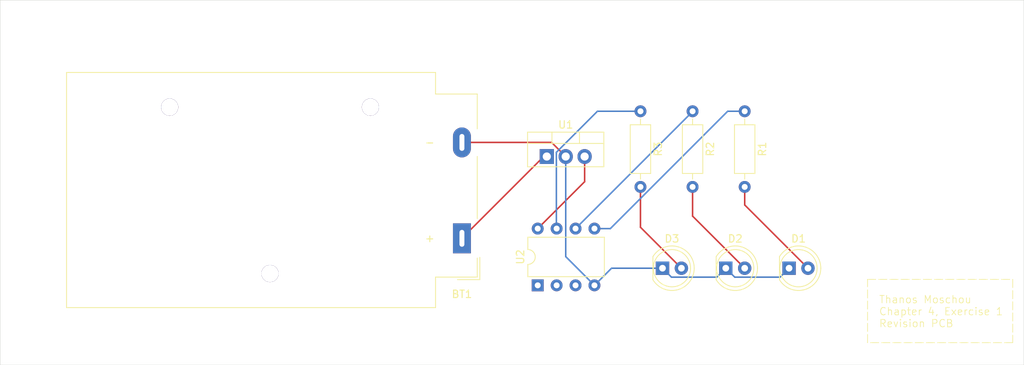
<source format=kicad_pcb>
(kicad_pcb (version 20240108) (generator "pcbnew") (generator_version "8.0")
  (layers (0 "F.Cu" signal) (31 "B.Cu" signal) (34 "B.Paste" user) (35 "F.Paste" user) (36 "B.SilkS" user "B.Silkscreen") (37 "F.SilkS" user "F.Silkscreen") (38 "B.Mask" user) (39 "F.Mask" user) (44 "Edge.Cuts" user))
  (net 0 "")
  (net 1 "VCC")
  (net 2 "GND")
  (net 3 "Net-(D1-A)")
  (net 4 "Net-(D2-A)")
  (net 5 "Net-(D3-A)")
  (net 6 "Net-(U2-AREF{slash}PB0)")
  (net 7 "Net-(U2-PB1)")
  (net 8 "Net-(U2-PB2)")
  (net 9 "/5V Current")
  (footprint "LED_THT:LED_D5.0mm_Clear" (layer "F.Cu") (at 152.96 90)
    (property "Reference" "D1" (at 1.27 -3.96 0) (layer "F.SilkS"))
    (property "Value" "LED")
    (fp_line (start -1.29 -1.545) (end -1.29 1.545) (stroke (width 0.12)) (layer "F.SilkS"))
    (fp_arc (start -1.29 -1.54483) (mid 2.072002 -2.880433) (end 4.26 0.000462) (stroke (width 0.12)) (layer "F.SilkS"))
    (fp_arc (start 4.26 -0.000462) (mid 2.072002 2.880433) (end -1.29 1.54483) (stroke (width 0.12)) (layer "F.SilkS"))
    (fp_circle (center 1.27 0) (end 3.77 0) (stroke (width 0.12)) (fill none) (layer "F.SilkS"))
    (pad "1" thru_hole rect (at 0 0) (size 1.8 1.8) (drill 0.9) (layers "*.Cu" "*.Mask") (net 2 "GND"))
    (pad "2" thru_hole circle (at 2.54 0) (size 1.8 1.8) (drill 0.9) (layers "*.Cu" "*.Mask") (net 3 "Net-(D1-A)"))
  )
  (footprint "Resistor_THT:R_Axial_DIN0207_L6.3mm_D2.5mm_P10.16mm_Horizontal" (layer "F.Cu") (at 133 68.92 -90)
    (property "Reference" "R3" (at 5.08 -2.37 90) (layer "F.SilkS"))
    (property "Value" "220")
    (fp_line (start 1.81 1.37) (end 8.35 1.37) (stroke (width 0.12)) (layer "F.SilkS"))
    (fp_line (start 8.35 1.37) (end 8.35 -1.37) (stroke (width 0.12)) (layer "F.SilkS"))
    (fp_line (start 1.04 0) (end 1.81 0) (stroke (width 0.12)) (layer "F.SilkS"))
    (fp_line (start 9.12 0) (end 8.35 0) (stroke (width 0.12)) (layer "F.SilkS"))
    (fp_line (start 1.81 -1.37) (end 1.81 1.37) (stroke (width 0.12)) (layer "F.SilkS"))
    (fp_line (start 8.35 -1.37) (end 1.81 -1.37) (stroke (width 0.12)) (layer "F.SilkS"))
    (pad "1" thru_hole circle (at 0 0 270) (size 1.6 1.6) (drill 0.8) (layers "*.Cu" "*.Mask") (net 8 "Net-(U2-PB2)"))
    (pad "2" thru_hole oval (at 10.16 0 270) (size 1.6 1.6) (drill 0.8) (layers "*.Cu" "*.Mask") (net 5 "Net-(D3-A)"))
  )
  (footprint "Resistor_THT:R_Axial_DIN0207_L6.3mm_D2.5mm_P10.16mm_Horizontal" (layer "F.Cu") (at 140 68.92 -90)
    (property "Reference" "R2" (at 5.08 -2.37 90) (layer "F.SilkS"))
    (property "Value" "220")
    (fp_line (start 1.81 1.37) (end 8.35 1.37) (stroke (width 0.12)) (layer "F.SilkS"))
    (fp_line (start 8.35 1.37) (end 8.35 -1.37) (stroke (width 0.12)) (layer "F.SilkS"))
    (fp_line (start 1.04 0) (end 1.81 0) (stroke (width 0.12)) (layer "F.SilkS"))
    (fp_line (start 9.12 0) (end 8.35 0) (stroke (width 0.12)) (layer "F.SilkS"))
    (fp_line (start 1.81 -1.37) (end 1.81 1.37) (stroke (width 0.12)) (layer "F.SilkS"))
    (fp_line (start 8.35 -1.37) (end 1.81 -1.37) (stroke (width 0.12)) (layer "F.SilkS"))
    (pad "1" thru_hole circle (at 0 0 270) (size 1.6 1.6) (drill 0.8) (layers "*.Cu" "*.Mask") (net 7 "Net-(U2-PB1)"))
    (pad "2" thru_hole oval (at 10.16 0 270) (size 1.6 1.6) (drill 0.8) (layers "*.Cu" "*.Mask") (net 4 "Net-(D2-A)"))
  )
  (footprint "Package_DIP:DIP-8_W7.62mm" (layer "F.Cu") (at 119.2 92.3 90)
    (property "Reference" "U2" (at 3.81 -2.33 90) (layer "F.SilkS"))
    (property "Value" "ATtiny85-20P")
    (fp_line (start 6.46 -1.33) (end 4.81 -1.33) (stroke (width 0.12)) (layer "F.SilkS"))
    (fp_line (start 2.81 -1.33) (end 1.16 -1.33) (stroke (width 0.12)) (layer "F.SilkS"))
    (fp_line (start 1.16 -1.33) (end 1.16 8.95) (stroke (width 0.12)) (layer "F.SilkS"))
    (fp_line (start 6.46 8.95) (end 6.46 -1.33) (stroke (width 0.12)) (layer "F.SilkS"))
    (fp_line (start 1.16 8.95) (end 6.46 8.95) (stroke (width 0.12)) (layer "F.SilkS"))
    (fp_arc (start 4.81 -1.33) (mid 3.81 -0.33) (end 2.81 -1.33) (stroke (width 0.12)) (layer "F.SilkS"))
    (pad "1" thru_hole rect (at 0 0 90) (size 1.6 1.6) (drill 0.8) (layers "*.Cu" "*.Mask"))
    (pad "2" thru_hole oval (at 0 2.54 90) (size 1.6 1.6) (drill 0.8) (layers "*.Cu" "*.Mask"))
    (pad "3" thru_hole oval (at 0 5.08 90) (size 1.6 1.6) (drill 0.8) (layers "*.Cu" "*.Mask"))
    (pad "4" thru_hole oval (at 0 7.62 90) (size 1.6 1.6) (drill 0.8) (layers "*.Cu" "*.Mask") (net 2 "GND"))
    (pad "5" thru_hole oval (at 7.62 7.62 90) (size 1.6 1.6) (drill 0.8) (layers "*.Cu" "*.Mask") (net 6 "Net-(U2-AREF{slash}PB0)"))
    (pad "6" thru_hole oval (at 7.62 5.08 90) (size 1.6 1.6) (drill 0.8) (layers "*.Cu" "*.Mask") (net 7 "Net-(U2-PB1)"))
    (pad "7" thru_hole oval (at 7.62 2.54 90) (size 1.6 1.6) (drill 0.8) (layers "*.Cu" "*.Mask") (net 8 "Net-(U2-PB2)"))
    (pad "8" thru_hole oval (at 7.62 0 90) (size 1.6 1.6) (drill 0.8) (layers "*.Cu" "*.Mask") (net 9 "/5V Current"))
  )
  (footprint "Package_TO_SOT_THT:TO-220-3_Vertical" (layer "F.Cu") (at 120.42 75)
    (property "Reference" "U1" (at 2.54 -4.27 0) (layer "F.SilkS"))
    (property "Value" "LM7805_TO220")
    (fp_line (start -2.58 -3.27) (end -2.58 1.371) (stroke (width 0.12)) (layer "F.SilkS"))
    (fp_line (start -2.58 -3.27) (end 7.66 -3.27) (stroke (width 0.12)) (layer "F.SilkS"))
    (fp_line (start -2.58 -1.76) (end 7.66 -1.76) (stroke (width 0.12)) (layer "F.SilkS"))
    (fp_line (start -2.58 1.371) (end 7.66 1.371) (stroke (width 0.12)) (layer "F.SilkS"))
    (fp_line (start 0.69 -3.27) (end 0.69 -1.76) (stroke (width 0.12)) (layer "F.SilkS"))
    (fp_line (start 4.391 -3.27) (end 4.391 -1.76) (stroke (width 0.12)) (layer "F.SilkS"))
    (fp_line (start 7.66 -3.27) (end 7.66 1.371) (stroke (width 0.12)) (layer "F.SilkS"))
    (pad "1" thru_hole rect (at 0 0) (size 1.905 2) (drill 1.1) (layers "*.Cu" "*.Mask") (net 1 "VCC"))
    (pad "2" thru_hole oval (at 2.54 0) (size 1.905 2) (drill 1.1) (layers "*.Cu" "*.Mask") (net 2 "GND"))
    (pad "3" thru_hole oval (at 5.08 0) (size 1.905 2) (drill 1.1) (layers "*.Cu" "*.Mask") (net 9 "/5V Current"))
  )
  (footprint "LED_THT:LED_D5.0mm_Clear" (layer "F.Cu") (at 144.46 90)
    (property "Reference" "D2" (at 1.27 -3.96 0) (layer "F.SilkS"))
    (property "Value" "LED")
    (fp_line (start -1.29 -1.545) (end -1.29 1.545) (stroke (width 0.12)) (layer "F.SilkS"))
    (fp_arc (start -1.29 -1.54483) (mid 2.072002 -2.880433) (end 4.26 0.000462) (stroke (width 0.12)) (layer "F.SilkS"))
    (fp_arc (start 4.26 -0.000462) (mid 2.072002 2.880433) (end -1.29 1.54483) (stroke (width 0.12)) (layer "F.SilkS"))
    (fp_circle (center 1.27 0) (end 3.77 0) (stroke (width 0.12)) (fill none) (layer "F.SilkS"))
    (pad "1" thru_hole rect (at 0 0) (size 1.8 1.8) (drill 0.9) (layers "*.Cu" "*.Mask") (net 2 "GND"))
    (pad "2" thru_hole circle (at 2.54 0) (size 1.8 1.8) (drill 0.9) (layers "*.Cu" "*.Mask") (net 4 "Net-(D2-A)"))
  )
  (footprint "Resistor_THT:R_Axial_DIN0207_L6.3mm_D2.5mm_P10.16mm_Horizontal" (layer "F.Cu") (at 147 68.92 -90)
    (property "Reference" "R1" (at 5.08 -2.37 90) (layer "F.SilkS"))
    (property "Value" "220")
    (fp_line (start 1.81 1.37) (end 8.35 1.37) (stroke (width 0.12)) (layer "F.SilkS"))
    (fp_line (start 8.35 1.37) (end 8.35 -1.37) (stroke (width 0.12)) (layer "F.SilkS"))
    (fp_line (start 1.04 0) (end 1.81 0) (stroke (width 0.12)) (layer "F.SilkS"))
    (fp_line (start 9.12 0) (end 8.35 0) (stroke (width 0.12)) (layer "F.SilkS"))
    (fp_line (start 1.81 -1.37) (end 1.81 1.37) (stroke (width 0.12)) (layer "F.SilkS"))
    (fp_line (start 8.35 -1.37) (end 1.81 -1.37) (stroke (width 0.12)) (layer "F.SilkS"))
    (pad "1" thru_hole circle (at 0 0 270) (size 1.6 1.6) (drill 0.8) (layers "*.Cu" "*.Mask") (net 6 "Net-(U2-AREF{slash}PB0)"))
    (pad "2" thru_hole oval (at 10.16 0 270) (size 1.6 1.6) (drill 0.8) (layers "*.Cu" "*.Mask") (net 3 "Net-(D1-A)"))
  )
  (footprint "Battery:BatteryHolder_MPD_BA9VPC_1xPP3" (layer "F.Cu") (at 109.02 85.985 180)
    (property "Reference" "BT1" (at 0 -7.5 360) (layer "F.SilkS"))
    (property "Value" "9V")
    (fp_line (start 53.1 22.28) (end 53.1 -9.31) (stroke (width 0.12)) (layer "F.SilkS"))
    (fp_line (start 53.1 22.28) (end 3.54 22.28) (stroke (width 0.12)) (layer "F.SilkS"))
    (fp_line (start 53.1 -9.31) (end 3.54 -9.31) (stroke (width 0.12)) (layer "F.SilkS"))
    (fp_line (start 3.54 22.28) (end 3.54 19.38) (stroke (width 0.12)) (layer "F.SilkS"))
    (fp_line (start 3.54 19.38) (end -2.06 19.38) (stroke (width 0.12)) (layer "F.SilkS"))
    (fp_line (start 3.54 -5.21) (end -2.06 -5.21) (stroke (width 0.12)) (layer "F.SilkS"))
    (fp_line (start 3.54 -9.31) (end 3.54 -5.21) (stroke (width 0.12)) (layer "F.SilkS"))
    (fp_line (start -2.06 19.38) (end -2.06 14.7) (stroke (width 0.12)) (layer "F.SilkS"))
    (fp_line (start -2.06 2.65) (end -2.06 11) (stroke (width 0.12)) (layer "F.SilkS"))
    (fp_line (start -2.06 -5.21) (end -2.06 -2.65) (stroke (width 0.12)) (layer "F.SilkS"))
    (fp_line (start -2.4 -5.55) (end 0.6 -5.55) (stroke (width 0.12)) (layer "F.SilkS"))
    (fp_line (start -2.4 -5.55) (end -2.4 -2.55) (stroke (width 0.12)) (layer "F.SilkS"))
    (fp_text user "-" (at 3.6 12.88 360) (layer "F.SilkS") (effects (justify right)))
    (fp_text user "+" (at 3.6 0 360) (layer "F.SilkS") (effects (justify right)))
    (pad "" np_thru_hole circle (at 12.29 17.62 180) (size 2.3 2.3) (drill 2.29) (layers "*.Cu" "*.Mask"))
    (pad "" np_thru_hole circle (at 25.78 -4.73 180) (size 2.3 2.3) (drill 2.29) (layers "*.Cu" "*.Mask"))
    (pad "" np_thru_hole circle (at 39.26 17.62 180) (size 2.3 2.3) (drill 2.29) (layers "*.Cu" "*.Mask"))
    (pad "1" thru_hole rect (at 0 0 180) (size 2.41 4.02) (drill oval 0.66 2.27) (layers "*.Cu" "*.Mask") (net 1 "VCC"))
    (pad "2" thru_hole oval (at 0 12.88 180) (size 2.41 4.02) (drill oval 0.66 2.27) (layers "*.Cu" "*.Mask") (net 2 "GND"))
  )
  (footprint "LED_THT:LED_D5.0mm_Clear" (layer "F.Cu") (at 135.96 90)
    (property "Reference" "D3" (at 1.27 -3.96 0) (layer "F.SilkS"))
    (property "Value" "LED")
    (fp_line (start -1.29 -1.545) (end -1.29 1.545) (stroke (width 0.12)) (layer "F.SilkS"))
    (fp_arc (start -1.29 -1.54483) (mid 2.072002 -2.880433) (end 4.26 0.000462) (stroke (width 0.12)) (layer "F.SilkS"))
    (fp_arc (start 4.26 -0.000462) (mid 2.072002 2.880433) (end -1.29 1.54483) (stroke (width 0.12)) (layer "F.SilkS"))
    (fp_circle (center 1.27 0) (end 3.77 0) (stroke (width 0.12)) (fill none) (layer "F.SilkS"))
    (pad "1" thru_hole rect (at 0 0) (size 1.8 1.8) (drill 0.9) (layers "*.Cu" "*.Mask") (net 2 "GND"))
    (pad "2" thru_hole circle (at 2.54 0) (size 1.8 1.8) (drill 0.9) (layers "*.Cu" "*.Mask") (net 5 "Net-(D3-A)"))
  )
  (gr_rect (start 163.5 91.5) (end 183 100) (stroke (width 0.1) (type dash)) (fill none) (layer "F.SilkS"))
  (gr_rect (start 47 54) (end 184.5 103) (stroke (width 0.05)) (fill none) (layer "Edge.Cuts"))
  (gr_text "Thanos Moschou\nChapter 4, Exercise 1\nRevision PCB" (at 165 98 0) (layer "F.SilkS") (effects (font (size 1 1) (thickness 0.1)) (justify left bottom)))
  (segment (start 109.02 85.985) (end 120.005 75) (width 0.2) (layer "F.Cu") (net 1))
  (segment (start 120.005 75) (end 120.42 75) (width 0.2) (layer "F.Cu") (net 1))
  (segment (start 109.02 73.105) (end 121.065 73.105) (width 0.2) (layer "F.Cu") (net 2))
  (segment (start 121.065 73.105) (end 122.96 75) (width 0.2) (layer "F.Cu") (net 2))
  (segment (start 151.76 91.2) (end 145.66 91.2) (width 0.2) (layer "B.Cu") (net 2))
  (segment (start 135.96 90) (end 129.12 90) (width 0.2) (layer "B.Cu") (net 2))
  (segment (start 152.96 90) (end 151.76 91.2) (width 0.2) (layer "B.Cu") (net 2))
  (segment (start 129.12 90) (end 126.82 92.3) (width 0.2) (layer "B.Cu") (net 2))
  (segment (start 126.82 92.3) (end 122.96 88.44) (width 0.2) (layer "B.Cu") (net 2))
  (segment (start 143.26 91.2) (end 137.16 91.2) (width 0.2) (layer "B.Cu") (net 2))
  (segment (start 122.96 88.44) (end 122.96 75) (width 0.2) (layer "B.Cu") (net 2))
  (segment (start 137.16 91.2) (end 135.96 90) (width 0.2) (layer "B.Cu") (net 2))
  (segment (start 144.46 90) (end 143.26 91.2) (width 0.2) (layer "B.Cu") (net 2))
  (segment (start 145.66 91.2) (end 144.46 90) (width 0.2) (layer "B.Cu") (net 2))
  (segment (start 147 81.5) (end 155.5 90) (width 0.2) (layer "F.Cu") (net 3))
  (segment (start 147 79.08) (end 147 81.5) (width 0.2) (layer "F.Cu") (net 3))
  (segment (start 140 79.08) (end 140 83) (width 0.2) (layer "F.Cu") (net 4))
  (segment (start 140 83) (end 147 90) (width 0.2) (layer "F.Cu") (net 4))
  (segment (start 133 79.08) (end 133 84.5) (width 0.2) (layer "F.Cu") (net 5))
  (segment (start 133 84.5) (end 138.5 90) (width 0.2) (layer "F.Cu") (net 5))
  (segment (start 144.715635 68.92) (end 147 68.92) (width 0.2) (layer "B.Cu") (net 6))
  (segment (start 126.82 84.68) (end 128.955635 84.68) (width 0.2) (layer "B.Cu") (net 6))
  (segment (start 128.955635 84.68) (end 144.715635 68.92) (width 0.2) (layer "B.Cu") (net 6))
  (segment (start 140 68.96) (end 140 68.92) (width 0.2) (layer "B.Cu") (net 7))
  (segment (start 124.28 84.68) (end 140 68.96) (width 0.2) (layer "B.Cu") (net 7))
  (segment (start 127.221198 68.92) (end 133 68.92) (width 0.2) (layer "B.Cu") (net 8))
  (segment (start 121.7075 74.433698) (end 127.221198 68.92) (width 0.2) (layer "B.Cu") (net 8))
  (segment (start 121.74 84.68) (end 121.7075 84.6475) (width 0.2) (layer "B.Cu") (net 8))
  (segment (start 121.7075 84.6475) (end 121.7075 74.433698) (width 0.2) (layer "B.Cu") (net 8))
  (segment (start 125.5 78.38) (end 119.2 84.68) (width 0.2) (layer "F.Cu") (net 9))
  (segment (start 125.5 75) (end 125.5 78.38) (width 0.2) (layer "F.Cu") (net 9))
)
</source>
